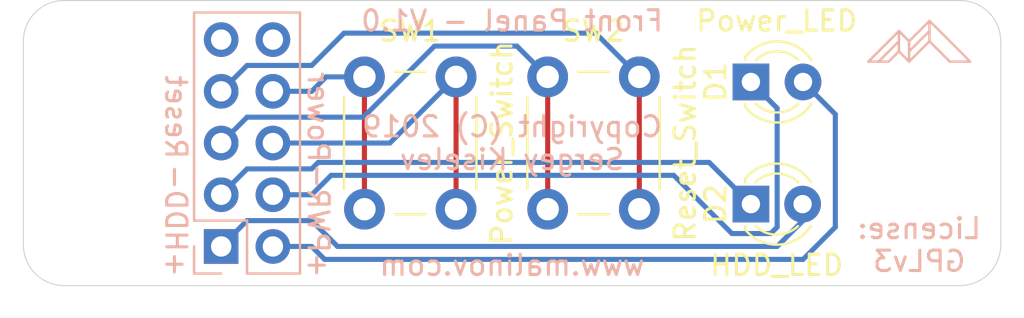
<source format=kicad_pcb>
(kicad_pcb (version 20171130) (host pcbnew "(5.1.0)-1")

  (general
    (thickness 1.6)
    (drawings 31)
    (tracks 45)
    (zones 0)
    (modules 7)
    (nets 11)
  )

  (page A4)
  (layers
    (0 F.Cu signal)
    (31 B.Cu signal)
    (32 B.Adhes user)
    (33 F.Adhes user)
    (34 B.Paste user)
    (35 F.Paste user)
    (36 B.SilkS user)
    (37 F.SilkS user)
    (38 B.Mask user)
    (39 F.Mask user)
    (40 Dwgs.User user)
    (41 Cmts.User user)
    (42 Eco1.User user)
    (43 Eco2.User user)
    (44 Edge.Cuts user)
    (45 Margin user)
    (46 B.CrtYd user)
    (47 F.CrtYd user)
    (48 B.Fab user)
    (49 F.Fab user)
  )

  (setup
    (last_trace_width 0.25)
    (trace_clearance 0.2)
    (zone_clearance 0.508)
    (zone_45_only no)
    (trace_min 0.2)
    (via_size 0.8)
    (via_drill 0.4)
    (via_min_size 0.4)
    (via_min_drill 0.3)
    (uvia_size 0.3)
    (uvia_drill 0.1)
    (uvias_allowed no)
    (uvia_min_size 0.2)
    (uvia_min_drill 0.1)
    (edge_width 0.05)
    (segment_width 0.2)
    (pcb_text_width 0.3)
    (pcb_text_size 1.5 1.5)
    (mod_edge_width 0.12)
    (mod_text_size 1 1)
    (mod_text_width 0.15)
    (pad_size 1.8 1.8)
    (pad_drill 0.9)
    (pad_to_mask_clearance 0.051)
    (solder_mask_min_width 0.25)
    (aux_axis_origin 0 0)
    (visible_elements FFFFFF7F)
    (pcbplotparams
      (layerselection 0x010fc_ffffffff)
      (usegerberextensions false)
      (usegerberattributes false)
      (usegerberadvancedattributes false)
      (creategerberjobfile false)
      (excludeedgelayer true)
      (linewidth 0.100000)
      (plotframeref false)
      (viasonmask false)
      (mode 1)
      (useauxorigin false)
      (hpglpennumber 1)
      (hpglpenspeed 20)
      (hpglpendiameter 15.000000)
      (psnegative false)
      (psa4output false)
      (plotreference true)
      (plotvalue true)
      (plotinvisibletext false)
      (padsonsilk false)
      (subtractmaskfromsilk false)
      (outputformat 1)
      (mirror false)
      (drillshape 1)
      (scaleselection 1)
      (outputdirectory ""))
  )

  (net 0 "")
  (net 1 "Net-(D1-Pad2)")
  (net 2 "Net-(D1-Pad1)")
  (net 3 "Net-(D2-Pad1)")
  (net 4 "Net-(D2-Pad2)")
  (net 5 "Net-(J1-Pad5)")
  (net 6 "Net-(J1-Pad6)")
  (net 7 "Net-(J1-Pad7)")
  (net 8 "Net-(J1-Pad8)")
  (net 9 "Net-(J1-Pad9)")
  (net 10 "Net-(J1-Pad10)")

  (net_class Default "This is the default net class."
    (clearance 0.2)
    (trace_width 0.25)
    (via_dia 0.8)
    (via_drill 0.4)
    (uvia_dia 0.3)
    (uvia_drill 0.1)
    (add_net "Net-(D1-Pad1)")
    (add_net "Net-(D1-Pad2)")
    (add_net "Net-(D2-Pad1)")
    (add_net "Net-(D2-Pad2)")
    (add_net "Net-(J1-Pad10)")
    (add_net "Net-(J1-Pad5)")
    (add_net "Net-(J1-Pad6)")
    (add_net "Net-(J1-Pad7)")
    (add_net "Net-(J1-Pad8)")
    (add_net "Net-(J1-Pad9)")
  )

  (module Connector_PinHeader_2.54mm:PinHeader_2x05_P2.54mm_Vertical (layer B.Cu) (tedit 5CACAE71) (tstamp 5CAC84FA)
    (at 132.715 132.08)
    (descr "Through hole straight pin header, 2x05, 2.54mm pitch, double rows")
    (tags "Through hole pin header THT 2x05 2.54mm double row")
    (path /5CAC50FB)
    (fp_text reference J1 (at 1.285 2.67) (layer B.Fab)
      (effects (font (size 1 1) (thickness 0.15)) (justify mirror))
    )
    (fp_text value Front_Panel (at 5.035 -5.08 90) (layer B.Fab)
      (effects (font (size 1 1) (thickness 0.15)) (justify mirror))
    )
    (fp_line (start 0 1.27) (end 3.81 1.27) (layer B.Fab) (width 0.1))
    (fp_line (start 3.81 1.27) (end 3.81 -11.43) (layer B.Fab) (width 0.1))
    (fp_line (start 3.81 -11.43) (end -1.27 -11.43) (layer B.Fab) (width 0.1))
    (fp_line (start -1.27 -11.43) (end -1.27 0) (layer B.Fab) (width 0.1))
    (fp_line (start -1.27 0) (end 0 1.27) (layer B.Fab) (width 0.1))
    (fp_line (start -1.33 -11.49) (end 3.87 -11.49) (layer B.SilkS) (width 0.12))
    (fp_line (start -1.33 -1.27) (end -1.33 -11.49) (layer B.SilkS) (width 0.12))
    (fp_line (start 3.87 1.33) (end 3.87 -11.49) (layer B.SilkS) (width 0.12))
    (fp_line (start -1.33 -1.27) (end 1.27 -1.27) (layer B.SilkS) (width 0.12))
    (fp_line (start 1.27 -1.27) (end 1.27 1.33) (layer B.SilkS) (width 0.12))
    (fp_line (start 1.27 1.33) (end 3.87 1.33) (layer B.SilkS) (width 0.12))
    (fp_line (start -1.33 0) (end -1.33 1.33) (layer B.SilkS) (width 0.12))
    (fp_line (start -1.33 1.33) (end 0 1.33) (layer B.SilkS) (width 0.12))
    (fp_line (start -1.8 1.8) (end -1.8 -11.95) (layer B.CrtYd) (width 0.05))
    (fp_line (start -1.8 -11.95) (end 4.35 -11.95) (layer B.CrtYd) (width 0.05))
    (fp_line (start 4.35 -11.95) (end 4.35 1.8) (layer B.CrtYd) (width 0.05))
    (fp_line (start 4.35 1.8) (end -1.8 1.8) (layer B.CrtYd) (width 0.05))
    (fp_text user %R (at 1.27 -5.08 -90) (layer B.Fab)
      (effects (font (size 1 1) (thickness 0.15)) (justify mirror))
    )
    (pad 1 thru_hole rect (at 0 0) (size 1.7 1.7) (drill 1) (layers *.Cu *.Mask)
      (net 4 "Net-(D2-Pad2)"))
    (pad 2 thru_hole oval (at 2.54 0) (size 1.7 1.7) (drill 1) (layers *.Cu *.Mask)
      (net 1 "Net-(D1-Pad2)"))
    (pad 3 thru_hole oval (at 0 -2.54) (size 1.7 1.7) (drill 1) (layers *.Cu *.Mask)
      (net 3 "Net-(D2-Pad1)"))
    (pad 4 thru_hole oval (at 2.54 -2.54) (size 1.7 1.7) (drill 1) (layers *.Cu *.Mask)
      (net 2 "Net-(D1-Pad1)"))
    (pad 5 thru_hole oval (at 0 -5.08) (size 1.7 1.7) (drill 1) (layers *.Cu *.Mask)
      (net 5 "Net-(J1-Pad5)"))
    (pad 6 thru_hole oval (at 2.54 -5.08) (size 1.7 1.7) (drill 1) (layers *.Cu *.Mask)
      (net 6 "Net-(J1-Pad6)"))
    (pad 7 thru_hole oval (at 0 -7.62) (size 1.7 1.7) (drill 1) (layers *.Cu *.Mask)
      (net 7 "Net-(J1-Pad7)"))
    (pad 8 thru_hole oval (at 2.54 -7.62) (size 1.7 1.7) (drill 1) (layers *.Cu *.Mask)
      (net 8 "Net-(J1-Pad8)"))
    (pad 9 thru_hole oval (at 0 -10.16) (size 1.7 1.7) (drill 1) (layers *.Cu *.Mask)
      (net 9 "Net-(J1-Pad9)"))
    (pad 10 thru_hole oval (at 2.54 -10.16) (size 1.7 1.7) (drill 1) (layers *.Cu *.Mask)
      (net 10 "Net-(J1-Pad10)"))
    (model ${KISYS3DMOD}/Connector_PinHeader_2.54mm.3dshapes/PinHeader_2x05_P2.54mm_Vertical.wrl
      (at (xyz 0 0 0))
      (scale (xyz 1 1 1))
      (rotate (xyz 0 0 0))
    )
  )

  (module LED_THT:LED_D3.0mm (layer F.Cu) (tedit 5CACAE88) (tstamp 5CAC84B7)
    (at 158.75 124)
    (descr "LED, diameter 3.0mm, 2 pins")
    (tags "LED diameter 3.0mm 2 pins")
    (path /5CAC380F)
    (fp_text reference D1 (at -1.75 0 90) (layer F.SilkS)
      (effects (font (size 1 1) (thickness 0.15)))
    )
    (fp_text value Power_LED (at 1.25 -3 180) (layer F.SilkS)
      (effects (font (size 1 1) (thickness 0.15)))
    )
    (fp_line (start 3.7 -2.25) (end -1.15 -2.25) (layer F.CrtYd) (width 0.05))
    (fp_line (start 3.7 2.25) (end 3.7 -2.25) (layer F.CrtYd) (width 0.05))
    (fp_line (start -1.15 2.25) (end 3.7 2.25) (layer F.CrtYd) (width 0.05))
    (fp_line (start -1.15 -2.25) (end -1.15 2.25) (layer F.CrtYd) (width 0.05))
    (fp_line (start -0.29 1.08) (end -0.29 1.236) (layer F.SilkS) (width 0.12))
    (fp_line (start -0.29 -1.236) (end -0.29 -1.08) (layer F.SilkS) (width 0.12))
    (fp_line (start -0.23 -1.16619) (end -0.23 1.16619) (layer F.Fab) (width 0.1))
    (fp_circle (center 1.27 0) (end 2.77 0) (layer F.Fab) (width 0.1))
    (fp_arc (start 1.27 0) (end 0.229039 1.08) (angle -87.9) (layer F.SilkS) (width 0.12))
    (fp_arc (start 1.27 0) (end 0.229039 -1.08) (angle 87.9) (layer F.SilkS) (width 0.12))
    (fp_arc (start 1.27 0) (end -0.29 1.235516) (angle -108.8) (layer F.SilkS) (width 0.12))
    (fp_arc (start 1.27 0) (end -0.29 -1.235516) (angle 108.8) (layer F.SilkS) (width 0.12))
    (fp_arc (start 1.27 0) (end -0.23 -1.16619) (angle 284.3) (layer F.Fab) (width 0.1))
    (pad 2 thru_hole circle (at 2.54 0) (size 1.8 1.8) (drill 0.9) (layers *.Cu *.Mask)
      (net 1 "Net-(D1-Pad2)"))
    (pad 1 thru_hole rect (at -0.02 0) (size 1.8 1.8) (drill 0.9) (layers *.Cu *.Mask)
      (net 2 "Net-(D1-Pad1)"))
    (model ${KISYS3DMOD}/LED_THT.3dshapes/LED_D3.0mm.wrl
      (at (xyz 0 0 0))
      (scale (xyz 1 1 1))
      (rotate (xyz 0 0 0))
    )
  )

  (module LED_THT:LED_D3.0mm (layer F.Cu) (tedit 5CACAE9F) (tstamp 5CAC84CA)
    (at 158.73 130)
    (descr "LED, diameter 3.0mm, 2 pins")
    (tags "LED diameter 3.0mm 2 pins")
    (path /5CAC2E61)
    (fp_text reference D2 (at -1.73 0 90) (layer F.SilkS)
      (effects (font (size 1 1) (thickness 0.15)))
    )
    (fp_text value HDD_LED (at 1.27 3 180) (layer F.SilkS)
      (effects (font (size 1 1) (thickness 0.15)))
    )
    (fp_arc (start 1.27 0) (end -0.23 -1.16619) (angle 284.3) (layer F.Fab) (width 0.1))
    (fp_arc (start 1.27 0) (end -0.29 -1.235516) (angle 108.8) (layer F.SilkS) (width 0.12))
    (fp_arc (start 1.27 0) (end -0.29 1.235516) (angle -108.8) (layer F.SilkS) (width 0.12))
    (fp_arc (start 1.27 0) (end 0.229039 -1.08) (angle 87.9) (layer F.SilkS) (width 0.12))
    (fp_arc (start 1.27 0) (end 0.229039 1.08) (angle -87.9) (layer F.SilkS) (width 0.12))
    (fp_circle (center 1.27 0) (end 2.77 0) (layer F.Fab) (width 0.1))
    (fp_line (start -0.23 -1.16619) (end -0.23 1.16619) (layer F.Fab) (width 0.1))
    (fp_line (start -0.29 -1.236) (end -0.29 -1.08) (layer F.SilkS) (width 0.12))
    (fp_line (start -0.29 1.08) (end -0.29 1.236) (layer F.SilkS) (width 0.12))
    (fp_line (start -1.15 -2.25) (end -1.15 2.25) (layer F.CrtYd) (width 0.05))
    (fp_line (start -1.15 2.25) (end 3.7 2.25) (layer F.CrtYd) (width 0.05))
    (fp_line (start 3.7 2.25) (end 3.7 -2.25) (layer F.CrtYd) (width 0.05))
    (fp_line (start 3.7 -2.25) (end -1.15 -2.25) (layer F.CrtYd) (width 0.05))
    (pad 1 thru_hole rect (at 0 0) (size 1.8 1.8) (drill 0.9) (layers *.Cu *.Mask)
      (net 3 "Net-(D2-Pad1)"))
    (pad 2 thru_hole circle (at 2.54 0) (size 1.8 1.8) (drill 0.9) (layers *.Cu *.Mask)
      (net 4 "Net-(D2-Pad2)"))
    (model ${KISYS3DMOD}/LED_THT.3dshapes/LED_D3.0mm.wrl
      (at (xyz 0 0 0))
      (scale (xyz 1 1 1))
      (rotate (xyz 0 0 0))
    )
  )

  (module MountingHole:MountingHole_3.2mm_M3_DIN965 (layer F.Cu) (tedit 56D1B4CB) (tstamp 5CAC84D2)
    (at 127 127)
    (descr "Mounting Hole 3.2mm, no annular, M3, DIN965")
    (tags "mounting hole 3.2mm no annular m3 din965")
    (path /5CAD6709)
    (attr virtual)
    (fp_text reference H1 (at 0 -3.8) (layer F.Fab)
      (effects (font (size 1 1) (thickness 0.15)))
    )
    (fp_text value MountingHole (at 0 3.8) (layer F.Fab)
      (effects (font (size 1 1) (thickness 0.15)))
    )
    (fp_text user %R (at 0.3 0) (layer F.Fab)
      (effects (font (size 1 1) (thickness 0.15)))
    )
    (fp_circle (center 0 0) (end 2.8 0) (layer Cmts.User) (width 0.15))
    (fp_circle (center 0 0) (end 3.05 0) (layer F.CrtYd) (width 0.05))
    (pad 1 np_thru_hole circle (at 0 0) (size 3.2 3.2) (drill 3.2) (layers *.Cu *.Mask))
  )

  (module MountingHole:MountingHole_3.2mm_M3_DIN965 (layer F.Cu) (tedit 56D1B4CB) (tstamp 5CAC84DA)
    (at 167 127)
    (descr "Mounting Hole 3.2mm, no annular, M3, DIN965")
    (tags "mounting hole 3.2mm no annular m3 din965")
    (path /5CAD6C57)
    (attr virtual)
    (fp_text reference H2 (at 0 -3.8) (layer F.Fab)
      (effects (font (size 1 1) (thickness 0.15)))
    )
    (fp_text value MountingHole (at 0 3.8) (layer F.Fab)
      (effects (font (size 1 1) (thickness 0.15)))
    )
    (fp_circle (center 0 0) (end 3.05 0) (layer F.CrtYd) (width 0.05))
    (fp_circle (center 0 0) (end 2.8 0) (layer Cmts.User) (width 0.15))
    (fp_text user %R (at 0.3 0) (layer F.Fab)
      (effects (font (size 1 1) (thickness 0.15)))
    )
    (pad 1 np_thru_hole circle (at 0 0) (size 3.2 3.2) (drill 3.2) (layers *.Cu *.Mask))
  )

  (module Button_Switch_THT:SW_PUSH_6mm_H7.3mm (layer F.Cu) (tedit 5CACAE1B) (tstamp 5CAC8519)
    (at 139.75 130.25 90)
    (descr "tactile push button, 6x6mm e.g. PHAP33xx series, height=7.3mm")
    (tags "tact sw push 6mm")
    (path /5CAC46C8)
    (fp_text reference SW1 (at 8.75 2.25 180) (layer F.SilkS)
      (effects (font (size 1 1) (thickness 0.15)))
    )
    (fp_text value Power_Switch (at 3.25 6.75 270) (layer F.SilkS)
      (effects (font (size 1 1) (thickness 0.15)))
    )
    (fp_circle (center 3.25 2.25) (end 1.25 2.5) (layer F.Fab) (width 0.1))
    (fp_line (start 6.75 3) (end 6.75 1.5) (layer F.SilkS) (width 0.12))
    (fp_line (start 5.5 -1) (end 1 -1) (layer F.SilkS) (width 0.12))
    (fp_line (start -0.25 1.5) (end -0.25 3) (layer F.SilkS) (width 0.12))
    (fp_line (start 1 5.5) (end 5.5 5.5) (layer F.SilkS) (width 0.12))
    (fp_line (start 8 -1.25) (end 8 5.75) (layer F.CrtYd) (width 0.05))
    (fp_line (start 7.75 6) (end -1.25 6) (layer F.CrtYd) (width 0.05))
    (fp_line (start -1.5 5.75) (end -1.5 -1.25) (layer F.CrtYd) (width 0.05))
    (fp_line (start -1.25 -1.5) (end 7.75 -1.5) (layer F.CrtYd) (width 0.05))
    (fp_line (start -1.5 6) (end -1.25 6) (layer F.CrtYd) (width 0.05))
    (fp_line (start -1.5 5.75) (end -1.5 6) (layer F.CrtYd) (width 0.05))
    (fp_line (start -1.5 -1.5) (end -1.25 -1.5) (layer F.CrtYd) (width 0.05))
    (fp_line (start -1.5 -1.25) (end -1.5 -1.5) (layer F.CrtYd) (width 0.05))
    (fp_line (start 8 -1.5) (end 8 -1.25) (layer F.CrtYd) (width 0.05))
    (fp_line (start 7.75 -1.5) (end 8 -1.5) (layer F.CrtYd) (width 0.05))
    (fp_line (start 8 6) (end 8 5.75) (layer F.CrtYd) (width 0.05))
    (fp_line (start 7.75 6) (end 8 6) (layer F.CrtYd) (width 0.05))
    (fp_line (start 0.25 -0.75) (end 3.25 -0.75) (layer F.Fab) (width 0.1))
    (fp_line (start 0.25 5.25) (end 0.25 -0.75) (layer F.Fab) (width 0.1))
    (fp_line (start 6.25 5.25) (end 0.25 5.25) (layer F.Fab) (width 0.1))
    (fp_line (start 6.25 -0.75) (end 6.25 5.25) (layer F.Fab) (width 0.1))
    (fp_line (start 3.25 -0.75) (end 6.25 -0.75) (layer F.Fab) (width 0.1))
    (fp_text user %R (at 3.25 2.25 90) (layer F.Fab)
      (effects (font (size 1 1) (thickness 0.15)))
    )
    (pad 1 thru_hole circle (at 6.5 0 180) (size 2 2) (drill 1.1) (layers *.Cu *.Mask)
      (net 8 "Net-(J1-Pad8)"))
    (pad 2 thru_hole circle (at 6.5 4.5 180) (size 2 2) (drill 1.1) (layers *.Cu *.Mask)
      (net 6 "Net-(J1-Pad6)"))
    (pad 1 thru_hole circle (at 0 0 180) (size 2 2) (drill 1.1) (layers *.Cu *.Mask)
      (net 8 "Net-(J1-Pad8)"))
    (pad 2 thru_hole circle (at 0 4.5 180) (size 2 2) (drill 1.1) (layers *.Cu *.Mask)
      (net 6 "Net-(J1-Pad6)"))
    (model ${KISYS3DMOD}/Button_Switch_THT.3dshapes/SW_PUSH_6mm_H7.3mm.wrl
      (at (xyz 0 0 0))
      (scale (xyz 1 1 1))
      (rotate (xyz 0 0 0))
    )
  )

  (module Button_Switch_THT:SW_PUSH_6mm_H7.3mm (layer F.Cu) (tedit 5CACAE24) (tstamp 5CAC8538)
    (at 148.75 130.25 90)
    (descr "tactile push button, 6x6mm e.g. PHAP33xx series, height=7.3mm")
    (tags "tact sw push 6mm")
    (path /5CAC3E32)
    (fp_text reference SW2 (at 8.75 2.25 180) (layer F.SilkS)
      (effects (font (size 1 1) (thickness 0.15)))
    )
    (fp_text value Reset_Switch (at 3.25 6.75 270) (layer F.SilkS)
      (effects (font (size 1 1) (thickness 0.15)))
    )
    (fp_text user %R (at 3.25 2.25 90) (layer F.Fab)
      (effects (font (size 1 1) (thickness 0.15)))
    )
    (fp_line (start 3.25 -0.75) (end 6.25 -0.75) (layer F.Fab) (width 0.1))
    (fp_line (start 6.25 -0.75) (end 6.25 5.25) (layer F.Fab) (width 0.1))
    (fp_line (start 6.25 5.25) (end 0.25 5.25) (layer F.Fab) (width 0.1))
    (fp_line (start 0.25 5.25) (end 0.25 -0.75) (layer F.Fab) (width 0.1))
    (fp_line (start 0.25 -0.75) (end 3.25 -0.75) (layer F.Fab) (width 0.1))
    (fp_line (start 7.75 6) (end 8 6) (layer F.CrtYd) (width 0.05))
    (fp_line (start 8 6) (end 8 5.75) (layer F.CrtYd) (width 0.05))
    (fp_line (start 7.75 -1.5) (end 8 -1.5) (layer F.CrtYd) (width 0.05))
    (fp_line (start 8 -1.5) (end 8 -1.25) (layer F.CrtYd) (width 0.05))
    (fp_line (start -1.5 -1.25) (end -1.5 -1.5) (layer F.CrtYd) (width 0.05))
    (fp_line (start -1.5 -1.5) (end -1.25 -1.5) (layer F.CrtYd) (width 0.05))
    (fp_line (start -1.5 5.75) (end -1.5 6) (layer F.CrtYd) (width 0.05))
    (fp_line (start -1.5 6) (end -1.25 6) (layer F.CrtYd) (width 0.05))
    (fp_line (start -1.25 -1.5) (end 7.75 -1.5) (layer F.CrtYd) (width 0.05))
    (fp_line (start -1.5 5.75) (end -1.5 -1.25) (layer F.CrtYd) (width 0.05))
    (fp_line (start 7.75 6) (end -1.25 6) (layer F.CrtYd) (width 0.05))
    (fp_line (start 8 -1.25) (end 8 5.75) (layer F.CrtYd) (width 0.05))
    (fp_line (start 1 5.5) (end 5.5 5.5) (layer F.SilkS) (width 0.12))
    (fp_line (start -0.25 1.5) (end -0.25 3) (layer F.SilkS) (width 0.12))
    (fp_line (start 5.5 -1) (end 1 -1) (layer F.SilkS) (width 0.12))
    (fp_line (start 6.75 3) (end 6.75 1.5) (layer F.SilkS) (width 0.12))
    (fp_circle (center 3.25 2.25) (end 1.25 2.5) (layer F.Fab) (width 0.1))
    (pad 2 thru_hole circle (at 0 4.5 180) (size 2 2) (drill 1.1) (layers *.Cu *.Mask)
      (net 7 "Net-(J1-Pad7)"))
    (pad 1 thru_hole circle (at 0 0 180) (size 2 2) (drill 1.1) (layers *.Cu *.Mask)
      (net 5 "Net-(J1-Pad5)"))
    (pad 2 thru_hole circle (at 6.5 4.5 180) (size 2 2) (drill 1.1) (layers *.Cu *.Mask)
      (net 7 "Net-(J1-Pad7)"))
    (pad 1 thru_hole circle (at 6.5 0 180) (size 2 2) (drill 1.1) (layers *.Cu *.Mask)
      (net 5 "Net-(J1-Pad5)"))
    (model ${KISYS3DMOD}/Button_Switch_THT.3dshapes/SW_PUSH_6mm_H7.3mm.wrl
      (at (xyz 0 0 0))
      (scale (xyz 1 1 1))
      (rotate (xyz 0 0 0))
    )
  )

  (gr_line (start 166.5 122.5) (end 167.5 121.5) (angle 90) (layer B.SilkS) (width 0.12))
  (gr_line (start 166.5 122) (end 166.5 123) (angle 90) (layer B.SilkS) (width 0.12))
  (gr_line (start 165 123) (end 166 122) (angle 90) (layer B.SilkS) (width 0.12))
  (gr_line (start 167.5 122) (end 167.5 121) (angle 90) (layer B.SilkS) (width 0.12))
  (gr_line (start 166 122.5) (end 166 121.5) (angle 90) (layer B.SilkS) (width 0.12))
  (gr_line (start 167.5 122) (end 166.5 123) (angle 90) (layer B.SilkS) (width 0.12))
  (gr_line (start 168.5 123) (end 167.5 122) (angle 90) (layer B.SilkS) (width 0.12))
  (gr_line (start 169.5 123) (end 168.5 123) (angle 90) (layer B.SilkS) (width 0.12))
  (gr_line (start 167.5 121) (end 169.5 123) (angle 90) (layer B.SilkS) (width 0.12))
  (gr_line (start 166.5 122) (end 167.5 121) (angle 90) (layer B.SilkS) (width 0.12))
  (gr_line (start 166 121.5) (end 166.5 122) (angle 90) (layer B.SilkS) (width 0.12))
  (gr_line (start 164.5 123) (end 166 121.5) (angle 90) (layer B.SilkS) (width 0.12))
  (gr_line (start 166 122.5) (end 166.5 123) (angle 90) (layer B.SilkS) (width 0.12))
  (gr_line (start 165.5 123) (end 166 122.5) (angle 90) (layer B.SilkS) (width 0.12))
  (gr_line (start 164.5 123) (end 165.5 123) (angle 90) (layer B.SilkS) (width 0.12))
  (gr_text "License:\nGPLv3" (at 167 132) (layer B.SilkS) (tstamp 5CAD7781)
    (effects (font (size 1 1) (thickness 0.15)) (justify mirror))
  )
  (gr_text "Front Panel - V1.0" (at 147 121) (layer B.SilkS)
    (effects (font (size 1 1) (thickness 0.15)) (justify mirror))
  )
  (gr_text "Copyright (C) 2019\nSergey Kiselev" (at 147 127) (layer B.SilkS) (tstamp 5CAD777E)
    (effects (font (size 1 1) (thickness 0.15)) (justify mirror))
  )
  (gr_text www.malinov.com (at 147 133) (layer B.SilkS)
    (effects (font (size 1 1) (thickness 0.15)) (justify mirror))
  )
  (gr_text Power (at 137.4775 125.73 270) (layer B.SilkS) (tstamp 5CAD27D7)
    (effects (font (size 1 1) (thickness 0.15)) (justify mirror))
  )
  (gr_text Reset (at 130.4925 125.73 270) (layer B.SilkS) (tstamp 5CAD27C8)
    (effects (font (size 1 1) (thickness 0.15)) (justify mirror))
  )
  (gr_text +PWR- (at 137.4775 130.81 270) (layer B.SilkS) (tstamp 5CAD27BA)
    (effects (font (size 1 1) (thickness 0.15)) (justify mirror))
  )
  (gr_text +HDD- (at 130.4925 130.81 270) (layer B.SilkS) (tstamp 5CAD27B7)
    (effects (font (size 1 1) (thickness 0.15)) (justify mirror))
  )
  (gr_line (start 123 122) (end 123 132) (angle 90) (layer Edge.Cuts) (width 0.05))
  (gr_line (start 171 122) (end 171 132) (angle 90) (layer Edge.Cuts) (width 0.05))
  (gr_arc (start 169 132) (end 171 132) (angle 90) (layer Edge.Cuts) (width 0.05))
  (gr_arc (start 169 122) (end 169 120) (angle 90) (layer Edge.Cuts) (width 0.05))
  (gr_arc (start 125 132) (end 125 134) (angle 90) (layer Edge.Cuts) (width 0.05))
  (gr_arc (start 125 122) (end 123 122) (angle 90) (layer Edge.Cuts) (width 0.05))
  (gr_line (start 125 120) (end 169 120) (angle 90) (layer Edge.Cuts) (width 0.05))
  (gr_line (start 125 134) (end 169 134) (angle 90) (layer Edge.Cuts) (width 0.05))

  (segment (start 161.29 132.715) (end 162.8775 131.1275) (width 0.25) (layer B.Cu) (net 1) (tstamp 5CAD23D4))
  (segment (start 137.795 132.715) (end 161.29 132.715) (width 0.25) (layer B.Cu) (net 1) (tstamp 5CAD2440))
  (segment (start 162.8775 131.1275) (end 162.8775 125.5875) (width 0.25) (layer B.Cu) (net 1))
  (segment (start 162.8775 125.5875) (end 161.29 124) (width 0.25) (layer B.Cu) (net 1) (tstamp 5CAD2406) (status 800000))
  (segment (start 135.255 132.08) (end 137.16 132.08) (width 0.25) (layer B.Cu) (net 1) (status 400000))
  (segment (start 137.16 132.08) (end 137.795 132.715) (width 0.25) (layer B.Cu) (net 1) (tstamp 5CAD243D))
  (segment (start 158.73 124) (end 160.02 125.29) (width 0.25) (layer B.Cu) (net 2) (tstamp 5CAD23B4) (status 400000))
  (segment (start 138.1125 128.5875) (end 154.94 128.5875) (width 0.25) (layer B.Cu) (net 2))
  (segment (start 137.16 129.54) (end 138.1125 128.5875) (width 0.25) (layer B.Cu) (net 2) (tstamp 5CAD2442))
  (segment (start 137.16 129.54) (end 135.255 129.54) (width 0.25) (layer B.Cu) (net 2) (status 800000))
  (segment (start 159.7025 131.445) (end 160.02 131.1275) (width 0.25) (layer B.Cu) (net 2))
  (segment (start 154.94 128.5875) (end 157.7975 131.445) (width 0.25) (layer B.Cu) (net 2) (tstamp 5CAD2418))
  (segment (start 157.7975 131.445) (end 159.7025 131.445) (width 0.25) (layer B.Cu) (net 2) (tstamp 5CAD23C0))
  (segment (start 160.02 131.1275) (end 160.02 130.81) (width 0.25) (layer B.Cu) (net 2) (tstamp 5CAD23C6))
  (segment (start 160.02 130.81) (end 160.02 125.29) (width 0.25) (layer B.Cu) (net 2) (tstamp 5CAD23B3))
  (segment (start 132.715 129.54) (end 133.985 128.27) (width 0.25) (layer B.Cu) (net 3) (status 400000))
  (segment (start 137.4775 127.9525) (end 156.6825 127.9525) (width 0.25) (layer B.Cu) (net 3) (tstamp 5CAD244F))
  (segment (start 156.6825 127.9525) (end 158.73 130) (width 0.25) (layer B.Cu) (net 3) (tstamp 5CAD242F) (status 800000))
  (segment (start 133.985 128.27) (end 137.16 128.27) (width 0.25) (layer B.Cu) (net 3))
  (segment (start 137.16 128.27) (end 137.4775 127.9525) (width 0.25) (layer B.Cu) (net 3) (tstamp 5CAD244C))
  (segment (start 132.715 132.08) (end 133.985 130.81) (width 0.25) (layer B.Cu) (net 4) (status 400000))
  (segment (start 161.27 130.83) (end 161.27 130) (width 0.25) (layer B.Cu) (net 4) (tstamp 5CAD2401) (status C00000))
  (segment (start 160.02 132.08) (end 161.27 130.83) (width 0.25) (layer B.Cu) (net 4) (tstamp 5CAD23FF) (status 800000))
  (segment (start 138.43 132.08) (end 160.02 132.08) (width 0.25) (layer B.Cu) (net 4) (tstamp 5CAD243B))
  (segment (start 133.985 130.81) (end 137.16 130.81) (width 0.25) (layer B.Cu) (net 4))
  (segment (start 137.16 130.81) (end 138.43 132.08) (width 0.25) (layer B.Cu) (net 4) (tstamp 5CAD2437))
  (segment (start 148.75 130.25) (end 148.75 123.75) (width 0.25) (layer F.Cu) (net 5) (status C00000))
  (segment (start 132.715 127) (end 133.985 125.73) (width 0.25) (layer B.Cu) (net 5) (status 400000))
  (segment (start 139.7 125.73) (end 143.1925 122.2375) (width 0.25) (layer B.Cu) (net 5))
  (segment (start 133.985 125.73) (end 139.7 125.73) (width 0.25) (layer B.Cu) (net 5) (tstamp 5CAD2386))
  (segment (start 143.1925 122.2375) (end 147.2375 122.2375) (width 0.25) (layer B.Cu) (net 5))
  (segment (start 147.2375 122.2375) (end 148.75 123.75) (width 0.25) (layer B.Cu) (net 5) (tstamp 5CAD2469) (status 800000))
  (segment (start 144.25 130.25) (end 144.25 123.75) (width 0.25) (layer F.Cu) (net 6) (status C00000))
  (segment (start 135.255 127) (end 141 127) (width 0.25) (layer B.Cu) (net 6) (status 400000))
  (segment (start 141 127) (end 144.25 123.75) (width 0.25) (layer B.Cu) (net 6) (tstamp 5CAD2433) (status 800000))
  (segment (start 153.25 130.25) (end 153.25 123.75) (width 0.25) (layer F.Cu) (net 7) (status C00000))
  (segment (start 132.715 124.46) (end 133.985 123.19) (width 0.25) (layer B.Cu) (net 7) (status 400000))
  (segment (start 133.985 123.19) (end 137.16 123.19) (width 0.25) (layer B.Cu) (net 7))
  (segment (start 137.16 123.19) (end 138.7475 121.6025) (width 0.25) (layer B.Cu) (net 7) (tstamp 5CAD245C))
  (segment (start 138.7475 121.6025) (end 151.1025 121.6025) (width 0.25) (layer B.Cu) (net 7))
  (segment (start 151.1025 121.6025) (end 153.25 123.75) (width 0.25) (layer B.Cu) (net 7) (tstamp 5CAD247D) (status 800000))
  (segment (start 139.75 130.25) (end 139.75 123.75) (width 0.25) (layer F.Cu) (net 8) (status C00000))
  (segment (start 135.255 124.46) (end 137.16 124.46) (width 0.25) (layer B.Cu) (net 8) (status 400000))
  (segment (start 137.87 123.75) (end 139.75 123.75) (width 0.25) (layer B.Cu) (net 8) (tstamp 5CAD2459) (status 800000))
  (segment (start 137.16 124.46) (end 137.87 123.75) (width 0.25) (layer B.Cu) (net 8) (tstamp 5CAD2458))

)

</source>
